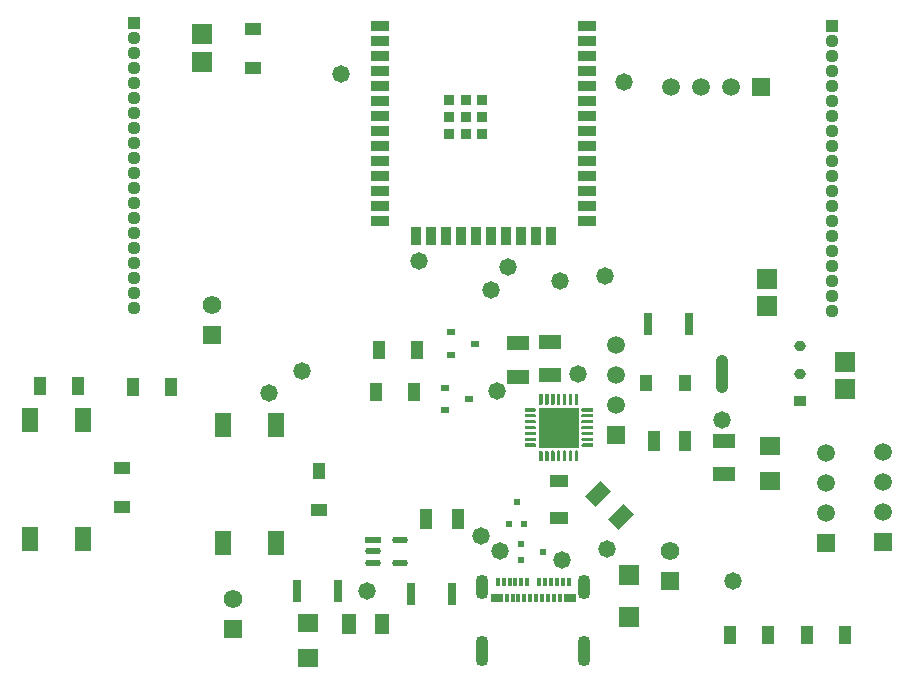
<source format=gts>
G04*
G04 #@! TF.GenerationSoftware,Altium Limited,Altium Designer,23.1.1 (15)*
G04*
G04 Layer_Color=8388736*
%FSLAX44Y44*%
%MOMM*%
G71*
G04*
G04 #@! TF.SameCoordinates,DF347086-9161-46D8-984A-1B3E043AF996*
G04*
G04*
G04 #@! TF.FilePolarity,Negative*
G04*
G01*
G75*
%ADD21R,1.6800X1.7000*%
G04:AMPARAMS|DCode=22|XSize=1.3383mm|YSize=0.578mm|CornerRadius=0.289mm|HoleSize=0mm|Usage=FLASHONLY|Rotation=0.000|XOffset=0mm|YOffset=0mm|HoleType=Round|Shape=RoundedRectangle|*
%AMROUNDEDRECTD22*
21,1,1.3383,0.0000,0,0,0.0*
21,1,0.7603,0.5780,0,0,0.0*
1,1,0.5780,0.3802,0.0000*
1,1,0.5780,-0.3802,0.0000*
1,1,0.5780,-0.3802,0.0000*
1,1,0.5780,0.3802,0.0000*
%
%ADD22ROUNDEDRECTD22*%
%ADD23R,1.3383X0.5780*%
%ADD24R,0.7562X1.9062*%
%ADD25R,1.2557X1.7582*%
%ADD28R,1.1000X1.3500*%
%ADD29R,0.8000X0.6000*%
%ADD30R,1.0000X1.5000*%
%ADD31C,0.2700*%
%ADD32R,1.5000X1.0000*%
%ADD34R,1.3500X1.1000*%
%ADD35R,1.4000X2.1000*%
%ADD36R,1.8062X1.7540*%
%ADD37R,1.0043X0.8721*%
G04:AMPARAMS|DCode=38|XSize=1.0043mm|YSize=0.8721mm|CornerRadius=0.4361mm|HoleSize=0mm|Usage=FLASHONLY|Rotation=180.000|XOffset=0mm|YOffset=0mm|HoleType=Round|Shape=RoundedRectangle|*
%AMROUNDEDRECTD38*
21,1,1.0043,0.0000,0,0,180.0*
21,1,0.1322,0.8721,0,0,180.0*
1,1,0.8721,-0.0661,0.0000*
1,1,0.8721,0.0661,0.0000*
1,1,0.8721,0.0661,0.0000*
1,1,0.8721,-0.0661,0.0000*
%
%ADD38ROUNDEDRECTD38*%
G04:AMPARAMS|DCode=39|XSize=1.0043mm|YSize=3.1821mm|CornerRadius=0.4369mm|HoleSize=0mm|Usage=FLASHONLY|Rotation=180.000|XOffset=0mm|YOffset=0mm|HoleType=Round|Shape=RoundedRectangle|*
%AMROUNDEDRECTD39*
21,1,1.0043,2.3084,0,0,180.0*
21,1,0.1306,3.1821,0,0,180.0*
1,1,0.8737,-0.0653,1.1542*
1,1,0.8737,0.0653,1.1542*
1,1,0.8737,0.0653,-1.1542*
1,1,0.8737,-0.0653,-1.1542*
%
%ADD39ROUNDEDRECTD39*%
%ADD41R,0.3000X0.7000*%
%ADD42R,1.0000X0.7000*%
%ADD43R,1.5000X0.9000*%
%ADD44R,0.9000X1.5000*%
%ADD45R,0.9000X0.9000*%
%ADD46R,1.0532X1.8032*%
%ADD47R,1.7032X1.6032*%
%ADD48R,1.1032X1.8032*%
%ADD49R,3.3500X3.3500*%
%ADD50R,0.6000X0.5500*%
%ADD51R,0.5500X0.6000*%
%ADD52R,1.8532X1.3032*%
G04:AMPARAMS|DCode=53|XSize=1.8532mm|YSize=1.3032mm|CornerRadius=0mm|HoleSize=0mm|Usage=FLASHONLY|Rotation=225.000|XOffset=0mm|YOffset=0mm|HoleType=Round|Shape=Rectangle|*
%AMROTATEDRECTD53*
4,1,4,0.1945,1.1160,1.1160,0.1945,-0.1945,-1.1160,-1.1160,-0.1945,0.1945,1.1160,0.0*
%
%ADD53ROTATEDRECTD53*%

%ADD54C,1.5700*%
%ADD55R,1.5700X1.5700*%
%ADD56R,1.5200X1.5200*%
%ADD57C,1.5200*%
%ADD58C,1.1200*%
%ADD59R,1.1200X1.1200*%
%ADD60R,1.5200X1.5200*%
G04:AMPARAMS|DCode=61|XSize=1.1mm|YSize=2.1mm|CornerRadius=0.55mm|HoleSize=0mm|Usage=FLASHONLY|Rotation=0.000|XOffset=0mm|YOffset=0mm|HoleType=Round|Shape=RoundedRectangle|*
%AMROUNDEDRECTD61*
21,1,1.1000,1.0000,0,0,0.0*
21,1,0.0000,2.1000,0,0,0.0*
1,1,1.1000,0.0000,-0.5000*
1,1,1.1000,0.0000,-0.5000*
1,1,1.1000,0.0000,0.5000*
1,1,1.1000,0.0000,0.5000*
%
%ADD61ROUNDEDRECTD61*%
G04:AMPARAMS|DCode=62|XSize=1.1mm|YSize=2.6mm|CornerRadius=0.55mm|HoleSize=0mm|Usage=FLASHONLY|Rotation=0.000|XOffset=0mm|YOffset=0mm|HoleType=Round|Shape=RoundedRectangle|*
%AMROUNDEDRECTD62*
21,1,1.1000,1.5000,0,0,0.0*
21,1,0.0000,2.6000,0,0,0.0*
1,1,1.1000,0.0000,-0.7500*
1,1,1.1000,0.0000,-0.7500*
1,1,1.1000,0.0000,0.7500*
1,1,1.1000,0.0000,0.7500*
%
%ADD62ROUNDEDRECTD62*%
%ADD63C,1.4732*%
G36*
X768340Y483030D02*
Y482732D01*
X768112Y482180D01*
X767690Y481758D01*
X767138Y481530D01*
X766542D01*
X765990Y481758D01*
X765568Y482180D01*
X765340Y482732D01*
Y483030D01*
Y491030D01*
X768340D01*
Y483030D01*
D02*
G37*
G36*
X763340D02*
Y482732D01*
X763112Y482180D01*
X762690Y481758D01*
X762138Y481530D01*
X761542D01*
X760990Y481758D01*
X760568Y482180D01*
X760340Y482732D01*
Y483030D01*
Y491030D01*
X763340D01*
Y483030D01*
D02*
G37*
G36*
X758340D02*
Y482732D01*
X758112Y482180D01*
X757690Y481758D01*
X757138Y481530D01*
X756542D01*
X755990Y481758D01*
X755568Y482180D01*
X755340Y482732D01*
Y483030D01*
Y491030D01*
X758340D01*
X758340Y483030D01*
D02*
G37*
G36*
X753340D02*
Y482732D01*
X753112Y482180D01*
X752690Y481758D01*
X752138Y481530D01*
X751542D01*
X750990Y481758D01*
X750568Y482180D01*
X750340Y482732D01*
Y483030D01*
Y491030D01*
X753340D01*
Y483030D01*
D02*
G37*
G36*
X748340D02*
Y482732D01*
X748112Y482180D01*
X747690Y481758D01*
X747138Y481530D01*
X746542D01*
X745990Y481758D01*
X745568Y482180D01*
X745340Y482732D01*
Y483030D01*
X745340D01*
Y491030D01*
X748340D01*
Y483030D01*
D02*
G37*
G36*
X743340D02*
Y482732D01*
X743112Y482180D01*
X742690Y481758D01*
X742138Y481530D01*
X741542D01*
X740990Y481758D01*
X740568Y482180D01*
X740340Y482732D01*
Y483030D01*
Y491030D01*
X743340D01*
Y483030D01*
D02*
G37*
G36*
X738340D02*
Y482732D01*
X738112Y482180D01*
X737690Y481758D01*
X737138Y481530D01*
X736542D01*
X735990Y481758D01*
X735568Y482180D01*
X735340Y482732D01*
Y483030D01*
Y491030D01*
X738340D01*
Y483030D01*
D02*
G37*
G36*
X780590Y475780D02*
X772292D01*
X771740Y476008D01*
X771318Y476430D01*
X771090Y476982D01*
Y477280D01*
Y477578D01*
X771318Y478130D01*
X771740Y478552D01*
X772292Y478780D01*
X780590D01*
Y475780D01*
D02*
G37*
G36*
X731940Y478552D02*
X732362Y478130D01*
X732590Y477578D01*
Y477280D01*
Y476982D01*
X732362Y476430D01*
X731940Y476008D01*
X731388Y475780D01*
X723090D01*
Y478780D01*
X731388D01*
X731940Y478552D01*
D02*
G37*
G36*
X780590Y470780D02*
X772292D01*
X771740Y471008D01*
X771318Y471430D01*
X771090Y471982D01*
Y472280D01*
Y472578D01*
X771318Y473130D01*
X771740Y473552D01*
X772292Y473780D01*
X780590D01*
Y470780D01*
D02*
G37*
G36*
X731940Y473552D02*
X732362Y473130D01*
X732590Y472578D01*
Y472280D01*
Y471982D01*
X732362Y471430D01*
X731940Y471008D01*
X731388Y470780D01*
X723090D01*
Y473780D01*
X731388D01*
X731940Y473552D01*
D02*
G37*
G36*
X780590Y465780D02*
X772292D01*
X771740Y466008D01*
X771318Y466430D01*
X771090Y466982D01*
Y467280D01*
Y467578D01*
X771318Y468130D01*
X771740Y468552D01*
X772292Y468780D01*
X772590D01*
Y468780D01*
X780590D01*
Y465780D01*
D02*
G37*
G36*
X731090Y468780D02*
X731388D01*
X731940Y468552D01*
X732362Y468130D01*
X732590Y467578D01*
Y467280D01*
Y466982D01*
X732362Y466430D01*
X731940Y466008D01*
X731388Y465780D01*
X723090D01*
Y468780D01*
X731090Y468780D01*
D02*
G37*
G36*
X780590Y460780D02*
X772292D01*
X771740Y461008D01*
X771318Y461430D01*
X771090Y461982D01*
Y462280D01*
Y462578D01*
X771318Y463130D01*
X771740Y463552D01*
X772292Y463780D01*
X780590D01*
Y460780D01*
D02*
G37*
G36*
X731940Y463552D02*
X732362Y463130D01*
X732590Y462578D01*
Y462280D01*
Y461982D01*
X732362Y461430D01*
X731940Y461008D01*
X731388Y460780D01*
X723090D01*
Y463780D01*
X731388D01*
X731940Y463552D01*
D02*
G37*
G36*
X780590Y455780D02*
X772590Y455780D01*
X772292D01*
X771740Y456008D01*
X771318Y456430D01*
X771090Y456982D01*
Y457280D01*
Y457578D01*
X771318Y458130D01*
X771740Y458552D01*
X772292Y458780D01*
X780590D01*
Y455780D01*
D02*
G37*
G36*
X731940Y458552D02*
X732362Y458130D01*
X732590Y457578D01*
Y457280D01*
Y456982D01*
X732362Y456430D01*
X731940Y456008D01*
X731388Y455780D01*
X731090D01*
Y455780D01*
X723090D01*
Y458780D01*
X731388D01*
X731940Y458552D01*
D02*
G37*
G36*
X780590Y450780D02*
X772292D01*
X771740Y451008D01*
X771318Y451430D01*
X771090Y451982D01*
Y452280D01*
Y452578D01*
X771318Y453130D01*
X771740Y453552D01*
X772292Y453780D01*
X780590D01*
Y450780D01*
D02*
G37*
G36*
X731940Y453552D02*
X732362Y453130D01*
X732590Y452578D01*
Y452280D01*
Y451982D01*
X732362Y451430D01*
X731940Y451008D01*
X731388Y450780D01*
X723090D01*
Y453780D01*
X731388D01*
X731940Y453552D01*
D02*
G37*
G36*
X780590Y445780D02*
X772292D01*
X771740Y446008D01*
X771318Y446430D01*
X771090Y446982D01*
Y447280D01*
Y447578D01*
X771318Y448130D01*
X771740Y448552D01*
X772292Y448780D01*
X780590D01*
Y445780D01*
D02*
G37*
G36*
X731940Y448552D02*
X732362Y448130D01*
X732590Y447578D01*
Y447280D01*
Y446982D01*
X732362Y446430D01*
X731940Y446008D01*
X731388Y445780D01*
X723090D01*
Y448780D01*
X731388D01*
X731940Y448552D01*
D02*
G37*
G36*
X767690Y442802D02*
X768112Y442380D01*
X768340Y441828D01*
Y441530D01*
Y433530D01*
X765340D01*
Y441530D01*
Y441828D01*
X765568Y442380D01*
X765990Y442802D01*
X766542Y443030D01*
X767138D01*
X767690Y442802D01*
D02*
G37*
G36*
X762690D02*
X763112Y442380D01*
X763340Y441828D01*
Y441530D01*
Y433530D01*
X760340D01*
Y441530D01*
Y441828D01*
X760568Y442380D01*
X760990Y442802D01*
X761542Y443030D01*
X762138D01*
X762690Y442802D01*
D02*
G37*
G36*
X757690D02*
X758112Y442380D01*
X758340Y441828D01*
Y441530D01*
X758340D01*
Y433530D01*
X755340D01*
Y441530D01*
Y441828D01*
X755568Y442380D01*
X755990Y442802D01*
X756542Y443030D01*
X757138D01*
X757690Y442802D01*
D02*
G37*
G36*
X752690D02*
X753112Y442380D01*
X753340Y441828D01*
Y441530D01*
Y433530D01*
X750340D01*
Y441530D01*
Y441828D01*
X750568Y442380D01*
X750990Y442802D01*
X751542Y443030D01*
X752138D01*
X752690Y442802D01*
D02*
G37*
G36*
X747690D02*
X748112Y442380D01*
X748340Y441828D01*
Y441530D01*
Y433530D01*
X745340D01*
X745340Y441530D01*
Y441828D01*
X745568Y442380D01*
X745990Y442802D01*
X746542Y443030D01*
X747138D01*
X747690Y442802D01*
D02*
G37*
G36*
X742690D02*
X743112Y442380D01*
X743340Y441828D01*
Y441530D01*
Y433530D01*
X740340D01*
Y441530D01*
Y441828D01*
X740568Y442380D01*
X740990Y442802D01*
X741542Y443030D01*
X742138D01*
X742690Y442802D01*
D02*
G37*
G36*
X737690D02*
X738112Y442380D01*
X738340Y441828D01*
Y441530D01*
Y433530D01*
X735340D01*
Y441530D01*
Y441828D01*
X735568Y442380D01*
X735990Y442802D01*
X736542Y443030D01*
X737138D01*
X737690Y442802D01*
D02*
G37*
D21*
X811530Y337820D02*
D03*
Y302020D02*
D03*
D22*
X617220Y366980D02*
D03*
Y347980D02*
D03*
X594896D02*
D03*
Y357480D02*
D03*
D23*
Y366980D02*
D03*
D24*
X661140Y321310D02*
D03*
X626640D02*
D03*
X530120Y323850D02*
D03*
X564620D02*
D03*
X827300Y549910D02*
D03*
X861800D02*
D03*
D25*
X602022Y295910D02*
D03*
X573998D02*
D03*
D28*
X858510Y500380D02*
D03*
X825510D02*
D03*
X548640Y425440D02*
D03*
D29*
X655440Y495910D02*
D03*
Y476910D02*
D03*
X675640Y486410D02*
D03*
X660460Y542900D02*
D03*
Y523900D02*
D03*
X680660Y533400D02*
D03*
D30*
X597410Y492760D02*
D03*
X629410D02*
D03*
X961900Y287020D02*
D03*
X993900D02*
D03*
X897130D02*
D03*
X929130D02*
D03*
X391670Y496570D02*
D03*
X423670D02*
D03*
X344930Y497840D02*
D03*
X312930D02*
D03*
X599950Y528320D02*
D03*
X631950D02*
D03*
D31*
X727840Y477280D02*
D03*
Y472280D02*
D03*
Y467280D02*
D03*
X724590Y462280D02*
D03*
X727840Y457280D02*
D03*
Y452280D02*
D03*
Y447280D02*
D03*
X736840Y438280D02*
D03*
X741840D02*
D03*
X746840Y438125D02*
D03*
X751840D02*
D03*
X756840Y438280D02*
D03*
X761840D02*
D03*
X766840D02*
D03*
X775840Y447280D02*
D03*
Y452280D02*
D03*
Y457280D02*
D03*
X778590Y462280D02*
D03*
X775840Y467280D02*
D03*
Y472280D02*
D03*
Y477280D02*
D03*
X766840Y486280D02*
D03*
X761840D02*
D03*
X756840Y486435D02*
D03*
X751840D02*
D03*
X746840Y486280D02*
D03*
X741840D02*
D03*
X736840D02*
D03*
D32*
X751840Y385320D02*
D03*
Y417320D02*
D03*
D34*
X382270Y394980D02*
D03*
Y427980D02*
D03*
X492760Y767090D02*
D03*
Y800090D02*
D03*
X548640Y392440D02*
D03*
D35*
X304250Y368300D02*
D03*
Y468300D02*
D03*
X349250Y368300D02*
D03*
Y468300D02*
D03*
X467360Y364820D02*
D03*
Y464820D02*
D03*
X512360Y364820D02*
D03*
Y464820D02*
D03*
D36*
X928370Y588341D02*
D03*
Y564819D02*
D03*
X994410Y518160D02*
D03*
Y494637D02*
D03*
X449580Y771829D02*
D03*
Y795351D02*
D03*
D37*
X956240Y485100D02*
D03*
D38*
Y508000D02*
D03*
Y530900D02*
D03*
D39*
X890340Y508000D02*
D03*
D41*
X700250Y331070D02*
D03*
X705250D02*
D03*
X710250D02*
D03*
X715250D02*
D03*
X720250D02*
D03*
X725250D02*
D03*
X735250D02*
D03*
X740250D02*
D03*
X745250D02*
D03*
X750250D02*
D03*
X755250D02*
D03*
X760250D02*
D03*
X752750Y318070D02*
D03*
X747750D02*
D03*
X742750D02*
D03*
X737750D02*
D03*
X732750D02*
D03*
X727750D02*
D03*
X722750D02*
D03*
X717750D02*
D03*
X712750D02*
D03*
X707750D02*
D03*
D42*
X699250D02*
D03*
X761250D02*
D03*
D43*
X600630Y802400D02*
D03*
Y789700D02*
D03*
Y777000D02*
D03*
Y764300D02*
D03*
Y751600D02*
D03*
Y738900D02*
D03*
Y726200D02*
D03*
Y713500D02*
D03*
Y700800D02*
D03*
Y688100D02*
D03*
Y675400D02*
D03*
Y662700D02*
D03*
Y650000D02*
D03*
Y637300D02*
D03*
X775630D02*
D03*
Y650000D02*
D03*
Y662700D02*
D03*
Y675400D02*
D03*
Y688100D02*
D03*
Y700800D02*
D03*
Y713500D02*
D03*
Y726200D02*
D03*
Y738900D02*
D03*
Y751600D02*
D03*
Y764300D02*
D03*
Y777000D02*
D03*
Y789700D02*
D03*
Y802400D02*
D03*
D44*
X631030Y624800D02*
D03*
X643730D02*
D03*
X656430D02*
D03*
X669130D02*
D03*
X681830D02*
D03*
X694530D02*
D03*
X707230D02*
D03*
X719930D02*
D03*
X732630D02*
D03*
X745330D02*
D03*
D45*
X659130Y739200D02*
D03*
X673130D02*
D03*
X687130D02*
D03*
X659130Y725200D02*
D03*
X673130D02*
D03*
X687130D02*
D03*
X659130Y711200D02*
D03*
X673130D02*
D03*
X687130D02*
D03*
D46*
X832570Y450850D02*
D03*
X859070D02*
D03*
D47*
X539750Y266940D02*
D03*
Y296940D02*
D03*
X930910Y416800D02*
D03*
Y446800D02*
D03*
D48*
X666280Y384810D02*
D03*
X639280D02*
D03*
D49*
X751840Y462280D02*
D03*
D50*
X709780Y380640D02*
D03*
X722780D02*
D03*
X716280Y399140D02*
D03*
D51*
X719730Y363370D02*
D03*
Y350370D02*
D03*
X738230Y356870D02*
D03*
D52*
X744220Y534950D02*
D03*
Y506450D02*
D03*
X717550Y505180D02*
D03*
Y533680D02*
D03*
X891540Y422630D02*
D03*
Y451130D02*
D03*
D53*
X784860Y406400D02*
D03*
X805013Y386247D02*
D03*
D54*
X476250Y317500D02*
D03*
X458470Y566420D02*
D03*
X845820Y358140D02*
D03*
D55*
X476250Y292100D02*
D03*
X458470Y541020D02*
D03*
X845820Y332740D02*
D03*
D56*
X1026160Y365760D02*
D03*
X977900Y364490D02*
D03*
X800100Y455930D02*
D03*
D57*
X1026160Y391160D02*
D03*
Y416560D02*
D03*
Y441960D02*
D03*
X977900Y440690D02*
D03*
Y415290D02*
D03*
Y389890D02*
D03*
X800100Y532130D02*
D03*
Y506730D02*
D03*
Y481330D02*
D03*
X897890Y750570D02*
D03*
X872490D02*
D03*
X847090D02*
D03*
D58*
X982980Y561340D02*
D03*
Y574040D02*
D03*
Y586740D02*
D03*
Y599440D02*
D03*
Y612140D02*
D03*
Y624840D02*
D03*
Y637540D02*
D03*
Y650240D02*
D03*
Y662940D02*
D03*
Y675640D02*
D03*
Y688340D02*
D03*
Y701040D02*
D03*
Y713740D02*
D03*
Y726440D02*
D03*
Y739140D02*
D03*
Y751840D02*
D03*
Y764540D02*
D03*
Y777240D02*
D03*
Y789940D02*
D03*
X392430Y792480D02*
D03*
Y779780D02*
D03*
Y767080D02*
D03*
Y754380D02*
D03*
Y741680D02*
D03*
Y728980D02*
D03*
Y716280D02*
D03*
Y703580D02*
D03*
Y690880D02*
D03*
Y678180D02*
D03*
Y665480D02*
D03*
Y652780D02*
D03*
Y640080D02*
D03*
Y627380D02*
D03*
Y614680D02*
D03*
Y601980D02*
D03*
Y589280D02*
D03*
Y576580D02*
D03*
Y563880D02*
D03*
D59*
X982980Y802640D02*
D03*
X392430Y805180D02*
D03*
D60*
X923290Y750570D02*
D03*
D61*
X687050Y326970D02*
D03*
X773450D02*
D03*
D62*
X687050Y273370D02*
D03*
X773450D02*
D03*
D63*
X589288Y323850D02*
D03*
X792480Y359410D02*
D03*
X699770Y493190D02*
D03*
X807521Y754579D02*
D03*
X753110Y586740D02*
D03*
X791210Y590550D02*
D03*
X685800Y370840D02*
D03*
X702310Y358140D02*
D03*
X768350Y508000D02*
D03*
X694690Y579120D02*
D03*
X633730Y603250D02*
D03*
X890270Y468630D02*
D03*
X708660Y598170D02*
D03*
X899160Y332740D02*
D03*
X506730Y491490D02*
D03*
X534670Y510540D02*
D03*
X754380Y350520D02*
D03*
X567690Y762000D02*
D03*
M02*

</source>
